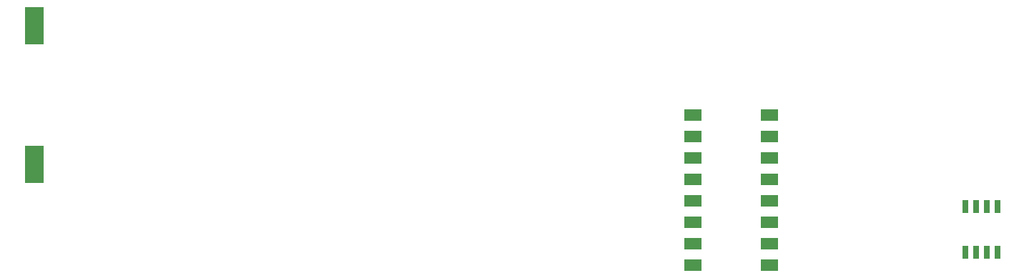
<source format=gbr>
%TF.GenerationSoftware,KiCad,Pcbnew,(6.0.0)*%
%TF.CreationDate,2022-02-19T14:21:15-08:00*%
%TF.ProjectId,MakeItRain,4d616b65-4974-4526-9169-6e2e6b696361,rev?*%
%TF.SameCoordinates,Original*%
%TF.FileFunction,Paste,Top*%
%TF.FilePolarity,Positive*%
%FSLAX46Y46*%
G04 Gerber Fmt 4.6, Leading zero omitted, Abs format (unit mm)*
G04 Created by KiCad (PCBNEW (6.0.0)) date 2022-02-19 14:21:15*
%MOMM*%
%LPD*%
G01*
G04 APERTURE LIST*
%ADD10R,0.650000X1.528000*%
%ADD11R,2.300000X4.500000*%
%ADD12R,2.100000X1.450000*%
G04 APERTURE END LIST*
D10*
%TO.C,IC2*%
X161054800Y-111300900D03*
X162324800Y-111300900D03*
X163594800Y-111300900D03*
X164864800Y-111300900D03*
X164864800Y-105878900D03*
X163594800Y-105878900D03*
X162324800Y-105878900D03*
X161054800Y-105878900D03*
%TD*%
D11*
%TO.C,U1*%
X50823400Y-100895600D03*
X50823400Y-84495600D03*
%TD*%
D12*
%TO.C,IC4*%
X137916900Y-112869400D03*
X137916900Y-110329400D03*
X137916900Y-107789400D03*
X137916900Y-105249400D03*
X137916900Y-102709400D03*
X137916900Y-100169400D03*
X137916900Y-97629400D03*
X137916900Y-95089400D03*
X128816900Y-95089400D03*
X128816900Y-97629400D03*
X128816900Y-100169400D03*
X128816900Y-102709400D03*
X128816900Y-105249400D03*
X128816900Y-107789400D03*
X128816900Y-110329400D03*
X128816900Y-112869400D03*
%TD*%
M02*

</source>
